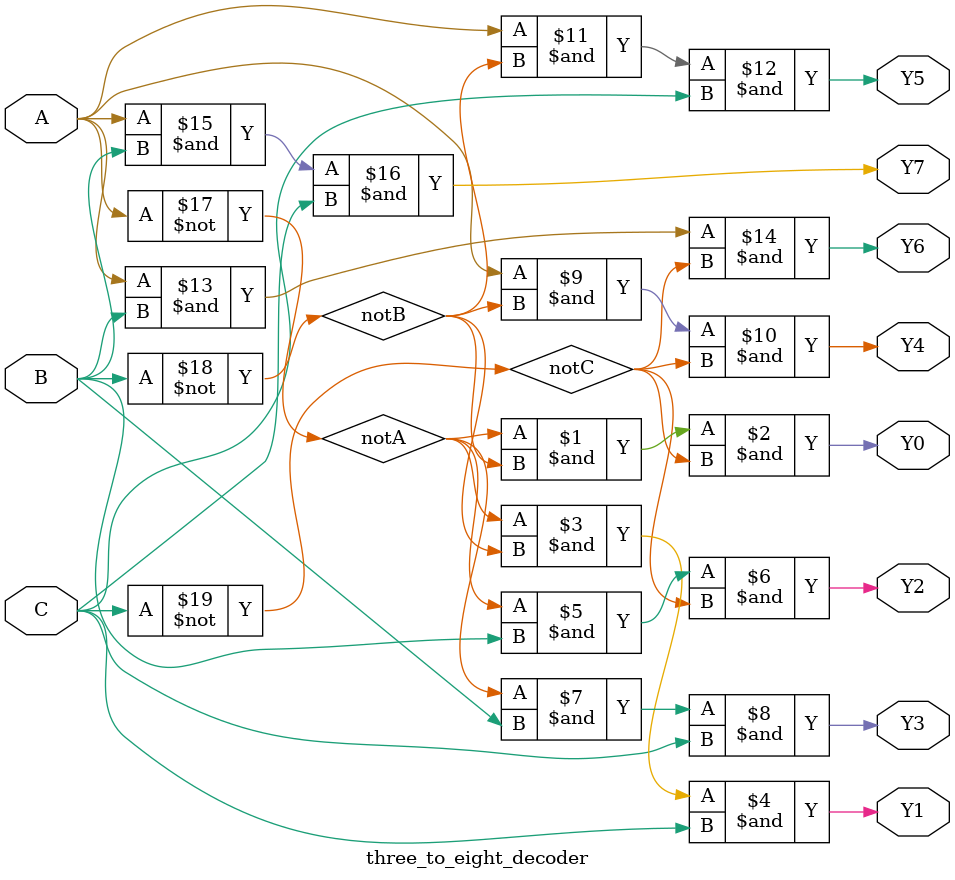
<source format=v>
module three_to_eight_decoder (
    input A,
    input B,
    input C,
    output Y0,
    output Y1,
    output Y2,
    output Y3,
    output Y4,
    output Y5,
    output Y6,
    output Y7
);

wire notA;
wire notB;
wire notC;

not(notA,A);
not(notB,B);
not(notC,C);

and (Y0, notA, notB, notC);  // 000 -> Y0 = 1
and (Y1, notA, notB, C);     // 001 -> Y1 = 1
and (Y2, notA, B, notC);     // 010 -> Y2 = 1
and (Y3, notA, B, C);        // 011 -> Y3 = 1
and (Y4, A, notB, notC);     // 100 -> Y4 = 1
and (Y5, A, notB, C);        // 101 -> Y5 = 1
and (Y6, A, B, notC);        // 110 -> Y6 = 1
and (Y7, A, B, C);           // 111 -> Y7 = 1

endmodule
</source>
